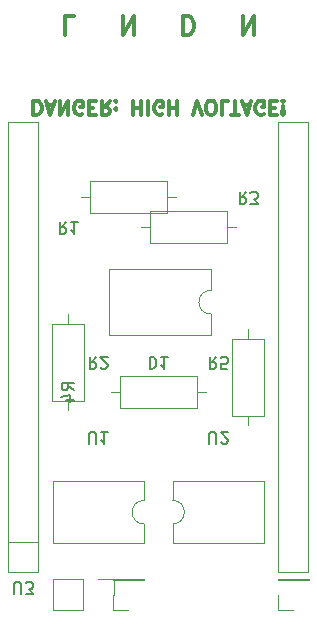
<source format=gbr>
G04 #@! TF.GenerationSoftware,KiCad,Pcbnew,5.1.5-52549c5~86~ubuntu18.04.1*
G04 #@! TF.CreationDate,2020-03-29T17:49:00+00:00*
G04 #@! TF.ProjectId,PWR,5057522e-6b69-4636-9164-5f7063625858,rev?*
G04 #@! TF.SameCoordinates,Original*
G04 #@! TF.FileFunction,Legend,Bot*
G04 #@! TF.FilePolarity,Positive*
%FSLAX46Y46*%
G04 Gerber Fmt 4.6, Leading zero omitted, Abs format (unit mm)*
G04 Created by KiCad (PCBNEW 5.1.5-52549c5~86~ubuntu18.04.1) date 2020-03-29 17:49:00*
%MOMM*%
%LPD*%
G04 APERTURE LIST*
%ADD10C,0.300000*%
%ADD11C,0.120000*%
%ADD12C,0.150000*%
G04 APERTURE END LIST*
D10*
X129128571Y-83277142D02*
X129128571Y-84477142D01*
X129414285Y-84477142D01*
X129585714Y-84420000D01*
X129700000Y-84305714D01*
X129757142Y-84191428D01*
X129814285Y-83962857D01*
X129814285Y-83791428D01*
X129757142Y-83562857D01*
X129700000Y-83448571D01*
X129585714Y-83334285D01*
X129414285Y-83277142D01*
X129128571Y-83277142D01*
X130271428Y-83620000D02*
X130842857Y-83620000D01*
X130157142Y-83277142D02*
X130557142Y-84477142D01*
X130957142Y-83277142D01*
X131357142Y-83277142D02*
X131357142Y-84477142D01*
X132042857Y-83277142D01*
X132042857Y-84477142D01*
X133242857Y-84420000D02*
X133128571Y-84477142D01*
X132957142Y-84477142D01*
X132785714Y-84420000D01*
X132671428Y-84305714D01*
X132614285Y-84191428D01*
X132557142Y-83962857D01*
X132557142Y-83791428D01*
X132614285Y-83562857D01*
X132671428Y-83448571D01*
X132785714Y-83334285D01*
X132957142Y-83277142D01*
X133071428Y-83277142D01*
X133242857Y-83334285D01*
X133300000Y-83391428D01*
X133300000Y-83791428D01*
X133071428Y-83791428D01*
X133814285Y-83905714D02*
X134214285Y-83905714D01*
X134385714Y-83277142D02*
X133814285Y-83277142D01*
X133814285Y-84477142D01*
X134385714Y-84477142D01*
X135585714Y-83277142D02*
X135185714Y-83848571D01*
X134900000Y-83277142D02*
X134900000Y-84477142D01*
X135357142Y-84477142D01*
X135471428Y-84420000D01*
X135528571Y-84362857D01*
X135585714Y-84248571D01*
X135585714Y-84077142D01*
X135528571Y-83962857D01*
X135471428Y-83905714D01*
X135357142Y-83848571D01*
X134900000Y-83848571D01*
X136100000Y-83391428D02*
X136157142Y-83334285D01*
X136100000Y-83277142D01*
X136042857Y-83334285D01*
X136100000Y-83391428D01*
X136100000Y-83277142D01*
X136100000Y-84020000D02*
X136157142Y-83962857D01*
X136100000Y-83905714D01*
X136042857Y-83962857D01*
X136100000Y-84020000D01*
X136100000Y-83905714D01*
X137585714Y-83277142D02*
X137585714Y-84477142D01*
X137585714Y-83905714D02*
X138271428Y-83905714D01*
X138271428Y-83277142D02*
X138271428Y-84477142D01*
X138842857Y-83277142D02*
X138842857Y-84477142D01*
X140042857Y-84420000D02*
X139928571Y-84477142D01*
X139757142Y-84477142D01*
X139585714Y-84420000D01*
X139471428Y-84305714D01*
X139414285Y-84191428D01*
X139357142Y-83962857D01*
X139357142Y-83791428D01*
X139414285Y-83562857D01*
X139471428Y-83448571D01*
X139585714Y-83334285D01*
X139757142Y-83277142D01*
X139871428Y-83277142D01*
X140042857Y-83334285D01*
X140100000Y-83391428D01*
X140100000Y-83791428D01*
X139871428Y-83791428D01*
X140614285Y-83277142D02*
X140614285Y-84477142D01*
X140614285Y-83905714D02*
X141300000Y-83905714D01*
X141300000Y-83277142D02*
X141300000Y-84477142D01*
X142614285Y-84477142D02*
X143014285Y-83277142D01*
X143414285Y-84477142D01*
X144042857Y-84477142D02*
X144271428Y-84477142D01*
X144385714Y-84420000D01*
X144500000Y-84305714D01*
X144557142Y-84077142D01*
X144557142Y-83677142D01*
X144500000Y-83448571D01*
X144385714Y-83334285D01*
X144271428Y-83277142D01*
X144042857Y-83277142D01*
X143928571Y-83334285D01*
X143814285Y-83448571D01*
X143757142Y-83677142D01*
X143757142Y-84077142D01*
X143814285Y-84305714D01*
X143928571Y-84420000D01*
X144042857Y-84477142D01*
X145642857Y-83277142D02*
X145071428Y-83277142D01*
X145071428Y-84477142D01*
X145871428Y-84477142D02*
X146557142Y-84477142D01*
X146214285Y-83277142D02*
X146214285Y-84477142D01*
X146900000Y-83620000D02*
X147471428Y-83620000D01*
X146785714Y-83277142D02*
X147185714Y-84477142D01*
X147585714Y-83277142D01*
X148614285Y-84420000D02*
X148500000Y-84477142D01*
X148328571Y-84477142D01*
X148157142Y-84420000D01*
X148042857Y-84305714D01*
X147985714Y-84191428D01*
X147928571Y-83962857D01*
X147928571Y-83791428D01*
X147985714Y-83562857D01*
X148042857Y-83448571D01*
X148157142Y-83334285D01*
X148328571Y-83277142D01*
X148442857Y-83277142D01*
X148614285Y-83334285D01*
X148671428Y-83391428D01*
X148671428Y-83791428D01*
X148442857Y-83791428D01*
X149185714Y-83905714D02*
X149585714Y-83905714D01*
X149757142Y-83277142D02*
X149185714Y-83277142D01*
X149185714Y-84477142D01*
X149757142Y-84477142D01*
X150271428Y-83391428D02*
X150328571Y-83334285D01*
X150271428Y-83277142D01*
X150214285Y-83334285D01*
X150271428Y-83391428D01*
X150271428Y-83277142D01*
X150271428Y-83734285D02*
X150214285Y-84420000D01*
X150271428Y-84477142D01*
X150328571Y-84420000D01*
X150271428Y-83734285D01*
X150271428Y-84477142D01*
X146862857Y-76111190D02*
X146862857Y-77711190D01*
X147777142Y-76111190D01*
X147777142Y-77711190D01*
X141820952Y-76111190D02*
X141820952Y-77711190D01*
X142201904Y-77711190D01*
X142430476Y-77635000D01*
X142582857Y-77482619D01*
X142659047Y-77330238D01*
X142735238Y-77025476D01*
X142735238Y-76796904D01*
X142659047Y-76492142D01*
X142582857Y-76339761D01*
X142430476Y-76187380D01*
X142201904Y-76111190D01*
X141820952Y-76111190D01*
X136702857Y-76111190D02*
X136702857Y-77711190D01*
X137617142Y-76111190D01*
X137617142Y-77711190D01*
X132575238Y-76111190D02*
X131813333Y-76111190D01*
X131813333Y-77711190D01*
D11*
X140910000Y-120760000D02*
X140910000Y-119110000D01*
X148650000Y-120760000D02*
X140910000Y-120760000D01*
X148650000Y-115460000D02*
X148650000Y-120760000D01*
X140910000Y-115460000D02*
X148650000Y-115460000D01*
X140910000Y-117110000D02*
X140910000Y-115460000D01*
X140910000Y-119110000D02*
G75*
G03X140910000Y-117110000I0J1000000D01*
G01*
X149800000Y-126425000D02*
X151130000Y-126425000D01*
X149800000Y-125095000D02*
X149800000Y-126425000D01*
X149800000Y-123825000D02*
X152460000Y-123825000D01*
X152460000Y-123825000D02*
X152460000Y-123765000D01*
X149800000Y-123825000D02*
X149800000Y-123765000D01*
X149800000Y-123765000D02*
X152460000Y-123765000D01*
X135830000Y-126425000D02*
X137160000Y-126425000D01*
X135830000Y-125095000D02*
X135830000Y-126425000D01*
X135830000Y-123825000D02*
X138490000Y-123825000D01*
X138490000Y-123825000D02*
X138490000Y-123765000D01*
X135830000Y-123825000D02*
X135830000Y-123765000D01*
X135830000Y-123765000D02*
X138490000Y-123765000D01*
X129540000Y-123190000D02*
X127000000Y-123190000D01*
X152400000Y-85090000D02*
X152400000Y-123190000D01*
X152400000Y-123190000D02*
X149860000Y-123190000D01*
X149860000Y-123190000D02*
X149860000Y-85090000D01*
X149860000Y-85090000D02*
X152400000Y-85090000D01*
X129540000Y-120650000D02*
X127000000Y-120650000D01*
X129540000Y-85090000D02*
X129540000Y-123190000D01*
X127000000Y-85090000D02*
X129540000Y-85090000D01*
X127000000Y-123190000D02*
X127000000Y-85090000D01*
X135950000Y-125095000D02*
X135950000Y-123765000D01*
X135950000Y-123765000D02*
X134620000Y-123765000D01*
X133350000Y-123765000D02*
X130750000Y-123765000D01*
X130750000Y-126425000D02*
X130750000Y-123765000D01*
X133350000Y-126425000D02*
X130750000Y-126425000D01*
X133350000Y-126425000D02*
X133350000Y-123765000D01*
X147320000Y-102640000D02*
X147320000Y-103410000D01*
X147320000Y-110720000D02*
X147320000Y-109950000D01*
X148690000Y-103410000D02*
X148690000Y-109950000D01*
X145950000Y-103410000D02*
X148690000Y-103410000D01*
X145950000Y-109950000D02*
X145950000Y-103410000D01*
X148690000Y-109950000D02*
X145950000Y-109950000D01*
X136430000Y-109320000D02*
X136430000Y-106580000D01*
X136430000Y-106580000D02*
X142970000Y-106580000D01*
X142970000Y-106580000D02*
X142970000Y-109320000D01*
X142970000Y-109320000D02*
X136430000Y-109320000D01*
X135660000Y-107950000D02*
X136430000Y-107950000D01*
X143740000Y-107950000D02*
X142970000Y-107950000D01*
X138200000Y-93980000D02*
X138970000Y-93980000D01*
X146280000Y-93980000D02*
X145510000Y-93980000D01*
X138970000Y-92610000D02*
X145510000Y-92610000D01*
X138970000Y-95350000D02*
X138970000Y-92610000D01*
X145510000Y-95350000D02*
X138970000Y-95350000D01*
X145510000Y-92610000D02*
X145510000Y-95350000D01*
X132080000Y-109450000D02*
X132080000Y-108680000D01*
X132080000Y-101370000D02*
X132080000Y-102140000D01*
X130710000Y-108680000D02*
X130710000Y-102140000D01*
X133450000Y-108680000D02*
X130710000Y-108680000D01*
X133450000Y-102140000D02*
X133450000Y-108680000D01*
X130710000Y-102140000D02*
X133450000Y-102140000D01*
X141200000Y-91440000D02*
X140430000Y-91440000D01*
X133120000Y-91440000D02*
X133890000Y-91440000D01*
X140430000Y-92810000D02*
X133890000Y-92810000D01*
X140430000Y-90070000D02*
X140430000Y-92810000D01*
X133890000Y-90070000D02*
X140430000Y-90070000D01*
X133890000Y-92810000D02*
X133890000Y-90070000D01*
X144140000Y-99330000D02*
G75*
G03X144140000Y-101330000I0J-1000000D01*
G01*
X144140000Y-101330000D02*
X144140000Y-103100000D01*
X144140000Y-103100000D02*
X135540000Y-103100000D01*
X135540000Y-103100000D02*
X135540000Y-97560000D01*
X135540000Y-97560000D02*
X144140000Y-97560000D01*
X144140000Y-97560000D02*
X144140000Y-99330000D01*
X138490000Y-115460000D02*
X138490000Y-117110000D01*
X130750000Y-115460000D02*
X138490000Y-115460000D01*
X130750000Y-120760000D02*
X130750000Y-115460000D01*
X138490000Y-120760000D02*
X130750000Y-120760000D01*
X138490000Y-119110000D02*
X138490000Y-120760000D01*
X138490000Y-117110000D02*
G75*
G03X138490000Y-119110000I0J-1000000D01*
G01*
D12*
X144018095Y-112307619D02*
X144018095Y-111498095D01*
X144065714Y-111402857D01*
X144113333Y-111355238D01*
X144208571Y-111307619D01*
X144399047Y-111307619D01*
X144494285Y-111355238D01*
X144541904Y-111402857D01*
X144589523Y-111498095D01*
X144589523Y-112307619D01*
X145018095Y-112212380D02*
X145065714Y-112260000D01*
X145160952Y-112307619D01*
X145399047Y-112307619D01*
X145494285Y-112260000D01*
X145541904Y-112212380D01*
X145589523Y-112117142D01*
X145589523Y-112021904D01*
X145541904Y-111879047D01*
X144970476Y-111307619D01*
X145589523Y-111307619D01*
X127508095Y-125007619D02*
X127508095Y-124198095D01*
X127555714Y-124102857D01*
X127603333Y-124055238D01*
X127698571Y-124007619D01*
X127889047Y-124007619D01*
X127984285Y-124055238D01*
X128031904Y-124102857D01*
X128079523Y-124198095D01*
X128079523Y-125007619D01*
X128460476Y-125007619D02*
X129079523Y-125007619D01*
X128746190Y-124626666D01*
X128889047Y-124626666D01*
X128984285Y-124579047D01*
X129031904Y-124531428D01*
X129079523Y-124436190D01*
X129079523Y-124198095D01*
X129031904Y-124102857D01*
X128984285Y-124055238D01*
X128889047Y-124007619D01*
X128603333Y-124007619D01*
X128508095Y-124055238D01*
X128460476Y-124102857D01*
X144613333Y-104957619D02*
X144280000Y-105433809D01*
X144041904Y-104957619D02*
X144041904Y-105957619D01*
X144422857Y-105957619D01*
X144518095Y-105910000D01*
X144565714Y-105862380D01*
X144613333Y-105767142D01*
X144613333Y-105624285D01*
X144565714Y-105529047D01*
X144518095Y-105481428D01*
X144422857Y-105433809D01*
X144041904Y-105433809D01*
X145518095Y-105957619D02*
X145041904Y-105957619D01*
X144994285Y-105481428D01*
X145041904Y-105529047D01*
X145137142Y-105576666D01*
X145375238Y-105576666D01*
X145470476Y-105529047D01*
X145518095Y-105481428D01*
X145565714Y-105386190D01*
X145565714Y-105148095D01*
X145518095Y-105052857D01*
X145470476Y-105005238D01*
X145375238Y-104957619D01*
X145137142Y-104957619D01*
X145041904Y-105005238D01*
X144994285Y-105052857D01*
X132532380Y-107783333D02*
X132056190Y-107450000D01*
X132532380Y-107211904D02*
X131532380Y-107211904D01*
X131532380Y-107592857D01*
X131580000Y-107688095D01*
X131627619Y-107735714D01*
X131722857Y-107783333D01*
X131865714Y-107783333D01*
X131960952Y-107735714D01*
X132008571Y-107688095D01*
X132056190Y-107592857D01*
X132056190Y-107211904D01*
X131865714Y-108640476D02*
X132532380Y-108640476D01*
X131484761Y-108402380D02*
X132199047Y-108164285D01*
X132199047Y-108783333D01*
X147153333Y-90987619D02*
X146820000Y-91463809D01*
X146581904Y-90987619D02*
X146581904Y-91987619D01*
X146962857Y-91987619D01*
X147058095Y-91940000D01*
X147105714Y-91892380D01*
X147153333Y-91797142D01*
X147153333Y-91654285D01*
X147105714Y-91559047D01*
X147058095Y-91511428D01*
X146962857Y-91463809D01*
X146581904Y-91463809D01*
X147486666Y-91987619D02*
X148105714Y-91987619D01*
X147772380Y-91606666D01*
X147915238Y-91606666D01*
X148010476Y-91559047D01*
X148058095Y-91511428D01*
X148105714Y-91416190D01*
X148105714Y-91178095D01*
X148058095Y-91082857D01*
X148010476Y-91035238D01*
X147915238Y-90987619D01*
X147629523Y-90987619D01*
X147534285Y-91035238D01*
X147486666Y-91082857D01*
X134453333Y-104957619D02*
X134120000Y-105433809D01*
X133881904Y-104957619D02*
X133881904Y-105957619D01*
X134262857Y-105957619D01*
X134358095Y-105910000D01*
X134405714Y-105862380D01*
X134453333Y-105767142D01*
X134453333Y-105624285D01*
X134405714Y-105529047D01*
X134358095Y-105481428D01*
X134262857Y-105433809D01*
X133881904Y-105433809D01*
X134834285Y-105862380D02*
X134881904Y-105910000D01*
X134977142Y-105957619D01*
X135215238Y-105957619D01*
X135310476Y-105910000D01*
X135358095Y-105862380D01*
X135405714Y-105767142D01*
X135405714Y-105671904D01*
X135358095Y-105529047D01*
X134786666Y-104957619D01*
X135405714Y-104957619D01*
X131913333Y-93527619D02*
X131580000Y-94003809D01*
X131341904Y-93527619D02*
X131341904Y-94527619D01*
X131722857Y-94527619D01*
X131818095Y-94480000D01*
X131865714Y-94432380D01*
X131913333Y-94337142D01*
X131913333Y-94194285D01*
X131865714Y-94099047D01*
X131818095Y-94051428D01*
X131722857Y-94003809D01*
X131341904Y-94003809D01*
X132865714Y-93527619D02*
X132294285Y-93527619D01*
X132580000Y-93527619D02*
X132580000Y-94527619D01*
X132484761Y-94384761D01*
X132389523Y-94289523D01*
X132294285Y-94241904D01*
X138961904Y-104957619D02*
X138961904Y-105957619D01*
X139200000Y-105957619D01*
X139342857Y-105910000D01*
X139438095Y-105814761D01*
X139485714Y-105719523D01*
X139533333Y-105529047D01*
X139533333Y-105386190D01*
X139485714Y-105195714D01*
X139438095Y-105100476D01*
X139342857Y-105005238D01*
X139200000Y-104957619D01*
X138961904Y-104957619D01*
X140485714Y-104957619D02*
X139914285Y-104957619D01*
X140200000Y-104957619D02*
X140200000Y-105957619D01*
X140104761Y-105814761D01*
X140009523Y-105719523D01*
X139914285Y-105671904D01*
X133858095Y-112307619D02*
X133858095Y-111498095D01*
X133905714Y-111402857D01*
X133953333Y-111355238D01*
X134048571Y-111307619D01*
X134239047Y-111307619D01*
X134334285Y-111355238D01*
X134381904Y-111402857D01*
X134429523Y-111498095D01*
X134429523Y-112307619D01*
X135429523Y-111307619D02*
X134858095Y-111307619D01*
X135143809Y-111307619D02*
X135143809Y-112307619D01*
X135048571Y-112164761D01*
X134953333Y-112069523D01*
X134858095Y-112021904D01*
M02*

</source>
